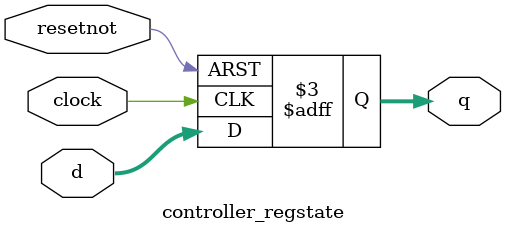
<source format=v>
module controller_regstate(d, q, clock, resetnot);
	input clock, resetnot;
	input [3:0] d;
	output reg [3:0] q;

	always @(posedge clock, negedge resetnot) begin
		if (resetnot == 1'b0)
			q <= 0;
		else 
			q <= d;
	end
endmodule
</source>
